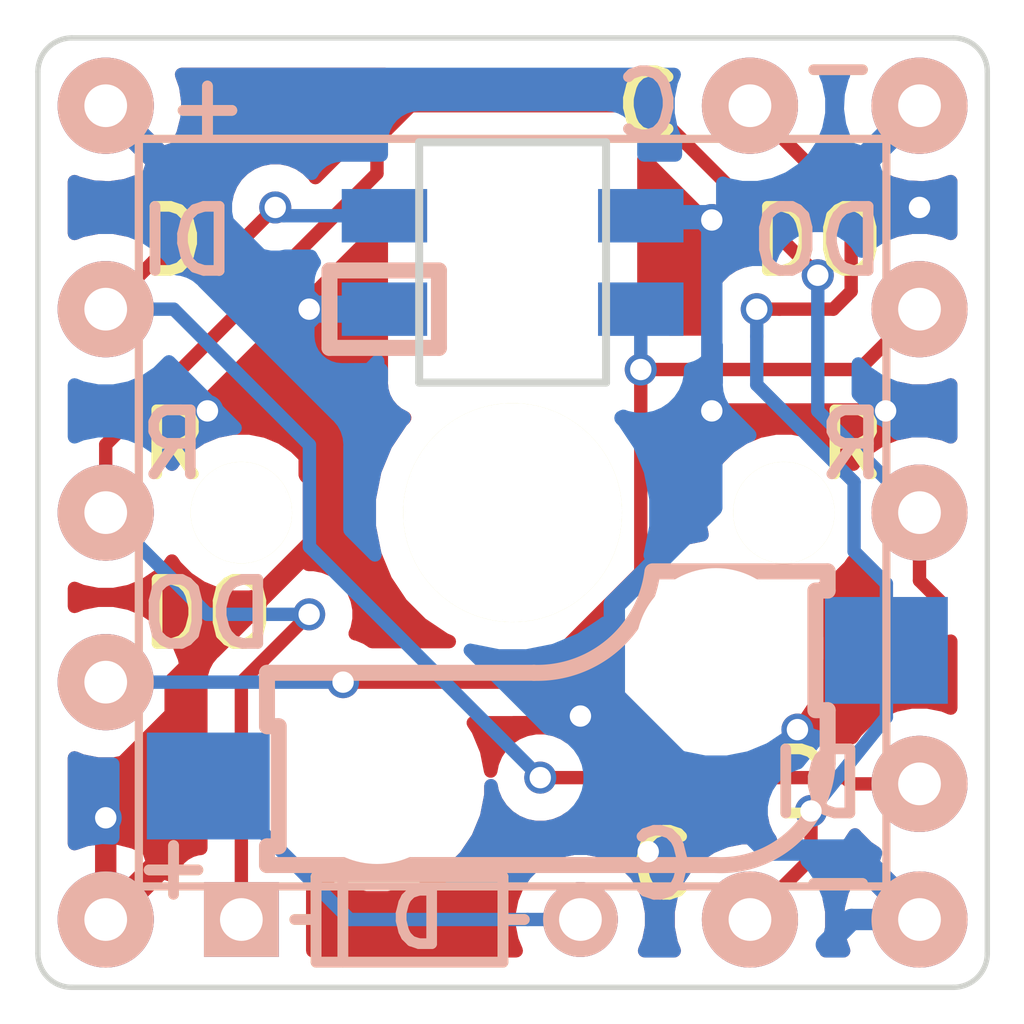
<source format=kicad_pcb>
(kicad_pcb (version 20171130) (host pcbnew 5.1.6-c6e7f7d~87~ubuntu20.04.1)

  (general
    (thickness 1.6)
    (drawings 32)
    (tracks 103)
    (zones 0)
    (modules 15)
    (nets 8)
  )

  (page A4)
  (layers
    (0 F.Cu signal)
    (31 B.Cu signal)
    (32 B.Adhes user)
    (33 F.Adhes user)
    (34 B.Paste user)
    (35 F.Paste user)
    (36 B.SilkS user)
    (37 F.SilkS user)
    (38 B.Mask user)
    (39 F.Mask user)
    (40 Dwgs.User user)
    (41 Cmts.User user)
    (42 Eco1.User user)
    (43 Eco2.User user)
    (44 Edge.Cuts user)
    (45 Margin user)
    (46 B.CrtYd user)
    (47 F.CrtYd user)
    (48 B.Fab user)
    (49 F.Fab user)
  )

  (setup
    (last_trace_width 0.25)
    (trace_clearance 0.2)
    (zone_clearance 0.508)
    (zone_45_only no)
    (trace_min 0.2)
    (via_size 0.6)
    (via_drill 0.4)
    (via_min_size 0.4)
    (via_min_drill 0.3)
    (uvia_size 0.3)
    (uvia_drill 0.1)
    (uvias_allowed no)
    (uvia_min_size 0.2)
    (uvia_min_drill 0.1)
    (edge_width 0.15)
    (segment_width 0.2)
    (pcb_text_width 0.3)
    (pcb_text_size 1.5 1.5)
    (mod_edge_width 0.15)
    (mod_text_size 1 1)
    (mod_text_width 0.15)
    (pad_size 1.8 1.8)
    (pad_drill 0.8)
    (pad_to_mask_clearance 0.051)
    (solder_mask_min_width 0.25)
    (aux_axis_origin 65.502 44.617)
    (grid_origin 65.502 44.617)
    (visible_elements FFFFFF7F)
    (pcbplotparams
      (layerselection 0x010f0_ffffffff)
      (usegerberextensions true)
      (usegerberattributes false)
      (usegerberadvancedattributes false)
      (creategerberjobfile false)
      (excludeedgelayer true)
      (linewidth 0.265000)
      (plotframeref false)
      (viasonmask false)
      (mode 1)
      (useauxorigin false)
      (hpglpennumber 1)
      (hpglpenspeed 20)
      (hpglpendiameter 15.000000)
      (psnegative false)
      (psa4output false)
      (plotreference true)
      (plotvalue true)
      (plotinvisibletext false)
      (padsonsilk false)
      (subtractmaskfromsilk false)
      (outputformat 1)
      (mirror false)
      (drillshape 0)
      (scaleselection 1)
      (outputdirectory "gerber_original"))
  )

  (net 0 "")
  (net 1 /ROW0)
  (net 2 "Net-(D1-Pad2)")
  (net 3 "Net-(L1-Pad3)")
  (net 4 "Net-(L1-Pad1)")
  (net 5 GND)
  (net 6 /COL0)
  (net 7 VCC)

  (net_class Default "これはデフォルトのネット クラスです。"
    (clearance 0.2)
    (trace_width 0.25)
    (via_dia 0.6)
    (via_drill 0.4)
    (uvia_dia 0.3)
    (uvia_drill 0.1)
    (add_net /COL0)
    (add_net /ROW0)
    (add_net "Net-(D1-Pad2)")
    (add_net "Net-(L1-Pad1)")
    (add_net "Net-(L1-Pad3)")
  )

  (net_class PWR ""
    (clearance 0.2)
    (trace_width 0.4)
    (via_dia 0.8)
    (via_drill 0.4)
    (uvia_dia 0.3)
    (uvia_drill 0.1)
    (add_net GND)
    (add_net VCC)
  )

  (module kbd:CherryMX_Hotswap_single (layer F.Cu) (tedit 5C98FBD4) (tstamp 5C597ED6)
    (at 74.422 35.687 180)
    (path /5C587F87)
    (fp_text reference SW1 (at 7.1 8.2 180) (layer F.SilkS) hide
      (effects (font (size 1 1) (thickness 0.15)))
    )
    (fp_text value SW_PUSH (at -4.8 8.3 180) (layer F.Fab) hide
      (effects (font (size 1 1) (thickness 0.15)))
    )
    (fp_line (start -7 -7) (end 7 -7) (layer B.SilkS) (width 0.15))
    (fp_line (start -7 7) (end -7 -7) (layer B.SilkS) (width 0.15))
    (fp_line (start 7 7) (end -7 7) (layer B.SilkS) (width 0.15))
    (fp_line (start 7 -7) (end 7 7) (layer B.SilkS) (width 0.15))
    (fp_line (start -7 7) (end -7 -7) (layer F.SilkS) (width 0.15))
    (fp_line (start 7 7) (end -7 7) (layer F.SilkS) (width 0.15))
    (fp_line (start 7 -7) (end 7 7) (layer F.SilkS) (width 0.15))
    (fp_line (start -7 -7) (end 7 -7) (layer F.SilkS) (width 0.15))
    (fp_line (start 4.6 -6.25) (end 4.6 -6.6) (layer B.SilkS) (width 0.3))
    (fp_line (start 4.6 -6.6) (end -3.800001 -6.6) (layer B.SilkS) (width 0.3))
    (fp_line (start -0.4 -3) (end 4.6 -3) (layer B.SilkS) (width 0.3))
    (fp_line (start -5.9 -1.1) (end -2.62 -1.1) (layer B.SilkS) (width 0.3))
    (fp_line (start -5.9 -4.7) (end -5.9 -3.7) (layer B.SilkS) (width 0.3))
    (fp_line (start -5.9 -1.1) (end -5.9 -1.46) (layer B.SilkS) (width 0.3))
    (fp_line (start -5.7 -1.46) (end -5.9 -1.46) (layer B.SilkS) (width 0.3))
    (fp_line (start -5.67 -3.7) (end -5.67 -1.46) (layer B.SilkS) (width 0.3))
    (fp_line (start -5.9 -3.7) (end -5.7 -3.7) (layer B.SilkS) (width 0.3))
    (fp_line (start 4.4 -6.25) (end 4.6 -6.25) (layer B.SilkS) (width 0.3))
    (fp_line (start 4.38 -4) (end 4.38 -6.25) (layer B.SilkS) (width 0.3))
    (fp_line (start 4.6 -4) (end 4.4 -4) (layer B.SilkS) (width 0.3))
    (fp_line (start 4.6 -3) (end 4.6 -4) (layer B.SilkS) (width 0.3))
    (fp_line (start -9.525 -9.525) (end 9.525 -9.525) (layer Dwgs.User) (width 0.15))
    (fp_line (start 9.525 -9.525) (end 9.525 9.525) (layer Dwgs.User) (width 0.15))
    (fp_line (start 9.525 9.525) (end -9.525 9.525) (layer Dwgs.User) (width 0.15))
    (fp_line (start -9.525 9.525) (end -9.525 -9.525) (layer Dwgs.User) (width 0.15))
    (fp_line (start -7 7) (end -7 -7) (layer Dwgs.User) (width 0.15))
    (fp_line (start 7 -7) (end -7 -7) (layer Dwgs.User) (width 0.15))
    (fp_line (start 7 7) (end 7 -7) (layer Dwgs.User) (width 0.15))
    (fp_line (start -7 7) (end 7 7) (layer Dwgs.User) (width 0.15))
    (fp_arc (start -0.465 -0.83) (end -0.4 -3) (angle -84) (layer B.SilkS) (width 0.3))
    (fp_arc (start -3.9 -4.6) (end -3.800001 -6.6) (angle -90) (layer B.SilkS) (width 0.3))
    (pad 2 smd rect (at 5.7 -5.12) (size 2.3 2) (layers B.Cu B.Paste B.Mask)
      (net 2 "Net-(D1-Pad2)"))
    (pad "" np_thru_hole circle (at -5.08 0 180) (size 1.9 1.9) (drill 1.9) (layers *.Cu *.Mask F.SilkS))
    (pad "" np_thru_hole circle (at 5.08 0 180) (size 1.9 1.9) (drill 1.9) (layers *.Cu *.Mask F.SilkS))
    (pad "" np_thru_hole circle (at 0 0 270) (size 4.1 4.1) (drill 4.1) (layers *.Cu *.Mask F.SilkS))
    (pad "" np_thru_hole circle (at 2.54 -5.08) (size 3 3) (drill 3) (layers *.Cu *.Mask))
    (pad "" np_thru_hole circle (at -3.81 -2.54) (size 3 3) (drill 3) (layers *.Cu *.Mask))
    (pad 1 smd rect (at -7 -2.58) (size 2.3 2) (layers B.Cu B.Paste B.Mask)
      (net 6 /COL0))
  )

  (module footprint:wirepad (layer B.Cu) (tedit 5C598096) (tstamp 5C597D77)
    (at 78.867 43.307)
    (fp_text reference REF** (at 0 -1.905) (layer B.SilkS) hide
      (effects (font (size 1 1) (thickness 0.15)) (justify mirror))
    )
    (fp_text value "wire pad" (at 0 1.905) (layer B.Fab) hide
      (effects (font (size 1 1) (thickness 0.15)) (justify mirror))
    )
    (pad 1 thru_hole circle (at 0 0) (size 1.8 1.8) (drill 0.8) (layers *.Cu *.Mask B.SilkS)
      (net 6 /COL0))
  )

  (module footprint:wirepad (layer B.Cu) (tedit 5C597D08) (tstamp 5C595735)
    (at 78.867 28.067)
    (fp_text reference REF** (at 0 -1.905) (layer B.SilkS) hide
      (effects (font (size 1 1) (thickness 0.15)) (justify mirror))
    )
    (fp_text value "wire pad" (at 0 1.905) (layer B.Fab) hide
      (effects (font (size 1 1) (thickness 0.15)) (justify mirror))
    )
    (pad 1 thru_hole circle (at 0 0) (size 1.8 1.8) (drill 0.8) (layers *.Cu *.Mask B.SilkS)
      (net 6 /COL0))
  )

  (module footprint:diode (layer B.Cu) (tedit 5C5B0AE5) (tstamp 5C5957EF)
    (at 69.342 43.307)
    (path /5C5882E1)
    (fp_text reference D (at 3.302 0) (layer B.SilkS)
      (effects (font (size 1 1) (thickness 0.2)) (justify mirror))
    )
    (fp_text value D (at 3.2 1.6) (layer B.Fab) hide
      (effects (font (size 1 1) (thickness 0.15)) (justify mirror))
    )
    (fp_line (start 4.8992 -0.8) (end 4.8992 0.8) (layer F.SilkS) (width 0.2))
    (fp_line (start 1.3992 -0.8) (end 4.8992 -0.8) (layer F.SilkS) (width 0.2))
    (fp_line (start 1.3992 0.8) (end 1.3992 -0.8) (layer F.SilkS) (width 0.2))
    (fp_line (start 4.8992 0.8) (end 1.3992 0.8) (layer F.SilkS) (width 0.2))
    (fp_line (start 1.89984 0.8) (end 1.89984 -0.8) (layer F.SilkS) (width 0.2))
    (fp_line (start 4.8992 0) (end 5.2992 0) (layer F.SilkS) (width 0.2))
    (fp_line (start 1.3992 0) (end 0.9992 0) (layer F.SilkS) (width 0.2))
    (fp_line (start 4.9 0) (end 5.3 0) (layer B.SilkS) (width 0.2))
    (fp_line (start 1.4 0) (end 1 0) (layer B.SilkS) (width 0.2))
    (fp_line (start 1.9 0.8) (end 1.9 -0.8) (layer B.SilkS) (width 0.2))
    (fp_line (start 1.4 0.8) (end 4.9 0.8) (layer B.SilkS) (width 0.2))
    (fp_line (start 4.9 0.8) (end 4.9 -0.8) (layer B.SilkS) (width 0.2))
    (fp_line (start 4.9 -0.8) (end 1.4 -0.8) (layer B.SilkS) (width 0.2))
    (fp_line (start 1.4 -0.8) (end 1.4 0.8) (layer B.SilkS) (width 0.2))
    (pad 1 thru_hole rect (at 0 0) (size 1.4 1.4) (drill 0.8) (layers *.Cu *.Mask B.SilkS)
      (net 1 /ROW0))
    (pad 2 thru_hole circle (at 6.35 0) (size 1.4 1.4) (drill 0.8) (layers *.Cu *.Mask B.SilkS)
      (net 2 "Net-(D1-Pad2)"))
  )

  (module kbd:SK6812MINI_rev (layer F.Cu) (tedit 5C5D2024) (tstamp 5C58B31D)
    (at 74.422 31.002 180)
    (path /5C58D060)
    (fp_text reference L1 (at 0 -2.5 180) (layer F.SilkS) hide
      (effects (font (size 1 1) (thickness 0.15)))
    )
    (fp_text value SK6812MINI (at -0.3 2.7 180) (layer F.Fab) hide
      (effects (font (size 1 1) (thickness 0.15)))
    )
    (fp_line (start -1.75 -2.25) (end -1.75 2.25) (layer Edge.Cuts) (width 0.15))
    (fp_line (start 1.75 -2.25) (end 1.75 2.25) (layer Edge.Cuts) (width 0.15))
    (fp_line (start -1.75 -2.25) (end 1.75 -2.25) (layer Edge.Cuts) (width 0.15))
    (fp_line (start 1.75 2.25) (end -1.75 2.25) (layer Edge.Cuts) (width 0.15))
    (fp_line (start 3.43 -1.6) (end 3.43 -0.15) (layer B.SilkS) (width 0.3))
    (fp_line (start 3.43 -0.15) (end 1.38 -0.15) (layer B.SilkS) (width 0.3))
    (fp_line (start 1.38 -0.15) (end 1.38 -1.6) (layer B.SilkS) (width 0.3))
    (fp_line (start 1.38 -1.6) (end 3.43 -1.6) (layer B.SilkS) (width 0.3))
    (pad 3 smd rect (at 2.4 0.875 180) (size 1.6 1) (layers B.Cu B.Paste B.Mask)
      (net 3 "Net-(L1-Pad3)"))
    (pad 4 smd rect (at 2.4 -0.875 180) (size 1.6 1) (layers B.Cu B.Paste B.Mask)
      (net 7 VCC))
    (pad 1 smd rect (at -2.4 -0.875 180) (size 1.6 1) (layers B.Cu B.Paste B.Mask)
      (net 4 "Net-(L1-Pad1)"))
    (pad 2 smd rect (at -2.4 0.875 180) (size 1.6 1) (layers B.Cu B.Paste B.Mask)
      (net 5 GND))
  )

  (module footprint:wirepad (layer B.Cu) (tedit 5C597DC7) (tstamp 5C595735)
    (at 66.802 38.862)
    (fp_text reference REF** (at 0 -1.905) (layer B.SilkS) hide
      (effects (font (size 1 1) (thickness 0.15)) (justify mirror))
    )
    (fp_text value "wire pad" (at 0 1.905) (layer B.Fab) hide
      (effects (font (size 1 1) (thickness 0.15)) (justify mirror))
    )
    (pad 1 thru_hole circle (at 0 0) (size 1.8 1.8) (drill 0.8) (layers *.Cu *.Mask B.SilkS)
      (net 4 "Net-(L1-Pad1)"))
  )

  (module footprint:wirepad (layer B.Cu) (tedit 5C597DE3) (tstamp 5C595735)
    (at 66.802 31.877)
    (fp_text reference REF** (at 0 -1.905) (layer B.SilkS) hide
      (effects (font (size 1 1) (thickness 0.15)) (justify mirror))
    )
    (fp_text value "wire pad" (at 0 1.905) (layer B.Fab) hide
      (effects (font (size 1 1) (thickness 0.15)) (justify mirror))
    )
    (pad 1 thru_hole circle (at 0 0) (size 1.8 1.8) (drill 0.8) (layers *.Cu *.Mask B.SilkS)
      (net 3 "Net-(L1-Pad3)"))
  )

  (module footprint:wirepad (layer B.Cu) (tedit 5C597DF5) (tstamp 5C595735)
    (at 82.042 40.767)
    (fp_text reference REF** (at 0 -1.905) (layer B.SilkS) hide
      (effects (font (size 1 1) (thickness 0.15)) (justify mirror))
    )
    (fp_text value "wire pad" (at 0 1.905) (layer B.Fab) hide
      (effects (font (size 1 1) (thickness 0.15)) (justify mirror))
    )
    (pad 1 thru_hole circle (at 0 0) (size 1.8 1.8) (drill 0.8) (layers *.Cu *.Mask B.SilkS)
      (net 3 "Net-(L1-Pad3)"))
  )

  (module footprint:wirepad (layer B.Cu) (tedit 5C597DBC) (tstamp 5C595735)
    (at 82.042 31.877)
    (fp_text reference REF** (at 0 -1.905) (layer B.SilkS) hide
      (effects (font (size 1 1) (thickness 0.15)) (justify mirror))
    )
    (fp_text value "wire pad" (at 0 1.905) (layer B.Fab) hide
      (effects (font (size 1 1) (thickness 0.15)) (justify mirror))
    )
    (pad 1 thru_hole circle (at 0 0) (size 1.8 1.8) (drill 0.8) (layers *.Cu *.Mask B.SilkS)
      (net 4 "Net-(L1-Pad1)"))
  )

  (module footprint:wirepad (layer B.Cu) (tedit 5C597D4D) (tstamp 5C595735)
    (at 82.042 35.687)
    (fp_text reference REF** (at 0 -1.905) (layer B.SilkS) hide
      (effects (font (size 1 1) (thickness 0.15)) (justify mirror))
    )
    (fp_text value "wire pad" (at 0 1.905) (layer B.Fab) hide
      (effects (font (size 1 1) (thickness 0.15)) (justify mirror))
    )
    (pad 1 thru_hole circle (at 0 0) (size 1.8 1.8) (drill 0.8) (layers *.Cu *.Mask B.SilkS)
      (net 1 /ROW0))
  )

  (module footprint:wirepad (layer B.Cu) (tedit 5C597D3E) (tstamp 5C595735)
    (at 66.802 35.687)
    (fp_text reference REF** (at 0 -1.905) (layer B.SilkS) hide
      (effects (font (size 1 1) (thickness 0.15)) (justify mirror))
    )
    (fp_text value "wire pad" (at 0 1.905) (layer B.Fab) hide
      (effects (font (size 1 1) (thickness 0.15)) (justify mirror))
    )
    (pad 1 thru_hole circle (at 0 0) (size 1.8 1.8) (drill 0.8) (layers *.Cu *.Mask B.SilkS)
      (net 1 /ROW0))
  )

  (module footprint:wirepad (layer B.Cu) (tedit 5C588C25) (tstamp 5C594A2B)
    (at 82.042 28.067)
    (fp_text reference REF** (at 0 -1.905) (layer B.SilkS) hide
      (effects (font (size 1 1) (thickness 0.15)) (justify mirror))
    )
    (fp_text value "wire pad" (at 0 1.905) (layer B.Fab) hide
      (effects (font (size 1 1) (thickness 0.15)) (justify mirror))
    )
    (pad 1 thru_hole circle (at 0 0) (size 1.8 1.8) (drill 0.8) (layers *.Cu *.Mask B.SilkS)
      (net 5 GND))
  )

  (module footprint:wirepad (layer B.Cu) (tedit 5C588C3C) (tstamp 5C594A27)
    (at 82.042 43.307)
    (fp_text reference REF** (at 0 -1.905) (layer B.SilkS) hide
      (effects (font (size 1 1) (thickness 0.15)) (justify mirror))
    )
    (fp_text value "wire pad" (at 0 1.905) (layer B.Fab) hide
      (effects (font (size 1 1) (thickness 0.15)) (justify mirror))
    )
    (pad 1 thru_hole circle (at 0 0) (size 1.8 1.8) (drill 0.8) (layers *.Cu *.Mask B.SilkS)
      (net 5 GND))
  )

  (module footprint:wirepad (layer B.Cu) (tedit 5C588C06) (tstamp 5C594A0E)
    (at 66.802 43.307)
    (fp_text reference REF** (at 0 -1.905) (layer B.SilkS) hide
      (effects (font (size 1 1) (thickness 0.15)) (justify mirror))
    )
    (fp_text value "wire pad" (at 0 1.905) (layer B.Fab) hide
      (effects (font (size 1 1) (thickness 0.15)) (justify mirror))
    )
    (pad 1 thru_hole circle (at 0 0) (size 1.8 1.8) (drill 0.8) (layers *.Cu *.Mask B.SilkS)
      (net 7 VCC))
  )

  (module footprint:wirepad (layer B.Cu) (tedit 5C588BE5) (tstamp 5C594994)
    (at 66.802 28.067)
    (fp_text reference REF** (at 0 -1.905) (layer B.SilkS) hide
      (effects (font (size 1 1) (thickness 0.15)) (justify mirror))
    )
    (fp_text value "wire pad" (at 0 1.905) (layer B.Fab) hide
      (effects (font (size 1 1) (thickness 0.15)) (justify mirror))
    )
    (pad 1 thru_hole circle (at 0 0) (size 1.8 1.8) (drill 0.8) (layers *.Cu *.Mask B.SilkS)
      (net 7 VCC))
  )

  (gr_text DO (at 68.707 37.592) (layer B.SilkS) (tstamp 5C5B6AE3)
    (effects (font (size 1.2 1.2) (thickness 0.2)) (justify mirror))
  )
  (gr_text + (at 68.072 42.291) (layer B.SilkS) (tstamp 5C5B6AE2)
    (effects (font (size 1.2 1.2) (thickness 0.2)) (justify mirror))
  )
  (gr_text - (at 80.518 42.545) (layer B.SilkS) (tstamp 5C5B6AE1)
    (effects (font (size 1.2 1.2) (thickness 0.2)) (justify mirror))
  )
  (gr_text R (at 80.772 34.417) (layer B.SilkS) (tstamp 5C5B6AE0)
    (effects (font (size 1.2 1.2) (thickness 0.2)) (justify mirror))
  )
  (gr_text R (at 68.072 34.417) (layer B.SilkS) (tstamp 5C5B6ADF)
    (effects (font (size 1.2 1.2) (thickness 0.2)) (justify mirror))
  )
  (gr_text + (at 68.707 28.067) (layer B.SilkS) (tstamp 5C5B6ADE)
    (effects (font (size 1.2 1.2) (thickness 0.2)) (justify mirror))
  )
  (gr_text C (at 77.216 42.291) (layer B.SilkS) (tstamp 5C5B6ADD)
    (effects (font (size 1.2 1.2) (thickness 0.2)) (justify mirror))
  )
  (gr_text DO (at 80.137 30.607) (layer B.SilkS) (tstamp 5C5B6ADC)
    (effects (font (size 1.2 1.2) (thickness 0.2)) (justify mirror))
  )
  (gr_text - (at 80.518 27.305) (layer B.SilkS) (tstamp 5C5B6ADB)
    (effects (font (size 1.2 1.2) (thickness 0.2)) (justify mirror))
  )
  (gr_text DI (at 68.326 30.607) (layer B.SilkS) (tstamp 5C5B6ADA)
    (effects (font (size 1.2 1.2) (thickness 0.2)) (justify mirror))
  )
  (gr_text DI (at 80.137 40.767) (layer B.SilkS) (tstamp 5C5B6AD9)
    (effects (font (size 1.2 1.2) (thickness 0.2)) (justify mirror))
  )
  (gr_text C (at 76.962 28.067) (layer B.SilkS) (tstamp 5C5B6AD8)
    (effects (font (size 1.2 1.2) (thickness 0.2)) (justify mirror))
  )
  (gr_text - (at 80.518 27.305) (layer F.SilkS) (tstamp 5C5B5B99)
    (effects (font (size 1.2 1.2) (thickness 0.2)))
  )
  (gr_text DO (at 80.137 30.607) (layer F.SilkS) (tstamp 5C5B5B04)
    (effects (font (size 1.2 1.2) (thickness 0.2)))
  )
  (gr_text - (at 80.518 42.545) (layer F.SilkS) (tstamp 5C5B5B04)
    (effects (font (size 1.2 1.2) (thickness 0.2)))
  )
  (gr_text DO (at 68.707 37.592) (layer F.SilkS) (tstamp 5C5B5AA2)
    (effects (font (size 1.2 1.2) (thickness 0.2)))
  )
  (gr_text DI (at 68.326 30.607) (layer F.SilkS) (tstamp 5C5B5A4D)
    (effects (font (size 1.2 1.2) (thickness 0.2)))
  )
  (gr_text DI (at 80.137 40.767) (layer F.SilkS) (tstamp 5C5B5373)
    (effects (font (size 1.2 1.2) (thickness 0.2)))
  )
  (gr_text R (at 80.772 34.417) (layer F.SilkS) (tstamp 5C5B5373)
    (effects (font (size 1.2 1.2) (thickness 0.2)))
  )
  (gr_text R (at 68.072 34.417) (layer F.SilkS) (tstamp 5C5B5361)
    (effects (font (size 1.2 1.2) (thickness 0.2)))
  )
  (gr_text C (at 77.216 42.291) (layer F.SilkS) (tstamp 5C5B5361)
    (effects (font (size 1.2 1.2) (thickness 0.2)))
  )
  (gr_text C (at 76.962 28.067) (layer F.SilkS) (tstamp 5C5B5358)
    (effects (font (size 1.2 1.2) (thickness 0.2)))
  )
  (gr_text + (at 68.072 42.291) (layer F.SilkS) (tstamp 5C5B5358)
    (effects (font (size 1.2 1.2) (thickness 0.2)))
  )
  (gr_text + (at 68.707 28.067) (layer F.SilkS)
    (effects (font (size 1.2 1.2) (thickness 0.2)))
  )
  (gr_line (start 82.677 44.577) (end 66.167 44.577) (layer Edge.Cuts) (width 0.1) (tstamp 5C589DAC))
  (gr_line (start 65.532 43.942) (end 65.532 27.432) (layer Edge.Cuts) (width 0.1) (tstamp 5C589DAB))
  (gr_arc (start 66.167 27.432) (end 66.167 26.797) (angle -90) (layer Edge.Cuts) (width 0.1) (tstamp 5C589DAA))
  (gr_arc (start 66.167 43.942) (end 65.532 43.942) (angle -90) (layer Edge.Cuts) (width 0.1) (tstamp 5C589DA9))
  (gr_line (start 66.167 26.797) (end 82.677 26.797) (layer Edge.Cuts) (width 0.1) (tstamp 5C589DA7))
  (gr_arc (start 82.677 43.942) (end 82.677 44.577) (angle -90) (layer Edge.Cuts) (width 0.1) (tstamp 5C589DA6))
  (gr_arc (start 82.677 27.432) (end 83.312 27.432) (angle -90) (layer Edge.Cuts) (width 0.1) (tstamp 5C589DA5))
  (gr_line (start 83.312 27.432) (end 83.312 43.942) (layer Edge.Cuts) (width 0.1) (tstamp 5C589DA3))

  (segment (start 66.802 35.687) (end 68.707 37.592) (width 0.25) (layer B.Cu) (net 1))
  (segment (start 68.707 37.592) (end 70.612 37.592) (width 0.25) (layer B.Cu) (net 1))
  (segment (start 70.612 37.592) (end 70.612 37.592) (width 0.25) (layer B.Cu) (net 1) (tstamp 5C5EFE47))
  (via (at 70.612 37.592) (size 0.6) (drill 0.4) (layers F.Cu B.Cu) (net 1))
  (segment (start 69.342 38.862) (end 69.342 43.307) (width 0.25) (layer F.Cu) (net 1))
  (segment (start 70.612 37.592) (end 69.342 38.862) (width 0.25) (layer F.Cu) (net 1))
  (segment (start 82.042 36.959792) (end 82.439218 37.35701) (width 0.25) (layer F.Cu) (net 1))
  (segment (start 82.042 35.687) (end 82.042 36.959792) (width 0.25) (layer F.Cu) (net 1))
  (segment (start 82.042 35.687) (end 80.137 33.782) (width 0.25) (layer B.Cu) (net 1))
  (segment (start 80.137 33.782) (end 80.137 31.242) (width 0.25) (layer B.Cu) (net 1))
  (segment (start 80.137 31.242) (end 80.137 31.242) (width 0.25) (layer B.Cu) (net 1) (tstamp 5C62C4AC))
  (via (at 80.137 31.242) (size 0.6) (drill 0.4) (layers F.Cu B.Cu) (net 1))
  (segment (start 71.882 29.334208) (end 66.802 34.414208) (width 0.25) (layer F.Cu) (net 1))
  (segment (start 71.882 28.702) (end 71.882 29.334208) (width 0.25) (layer F.Cu) (net 1))
  (segment (start 80.137 31.242) (end 76.962 28.067) (width 0.25) (layer F.Cu) (net 1))
  (segment (start 66.802 34.414208) (end 66.802 35.687) (width 0.25) (layer F.Cu) (net 1))
  (segment (start 72.517 28.067) (end 71.882 28.702) (width 0.25) (layer F.Cu) (net 1))
  (segment (start 76.962 28.067) (end 72.517 28.067) (width 0.25) (layer F.Cu) (net 1))
  (segment (start 74.702051 43.307) (end 75.692 43.307) (width 0.25) (layer B.Cu) (net 2))
  (segment (start 71.372 43.307) (end 74.702051 43.307) (width 0.25) (layer B.Cu) (net 2))
  (segment (start 68.872 40.807) (end 71.372 43.307) (width 0.25) (layer B.Cu) (net 2))
  (segment (start 68.722 40.807) (end 68.872 40.807) (width 0.25) (layer B.Cu) (net 2))
  (segment (start 67.701999 30.977001) (end 68.971999 30.977001) (width 0.25) (layer F.Cu) (net 3))
  (segment (start 66.802 31.877) (end 67.701999 30.977001) (width 0.25) (layer F.Cu) (net 3))
  (segment (start 68.971999 30.977001) (end 69.977 29.972) (width 0.25) (layer F.Cu) (net 3))
  (segment (start 69.977 29.972) (end 69.977 29.972) (width 0.25) (layer F.Cu) (net 3) (tstamp 5C5EFDB1))
  (via (at 69.977 29.972) (size 0.6) (drill 0.4) (layers F.Cu B.Cu) (net 3))
  (segment (start 70.132 30.127) (end 69.977 29.972) (width 0.25) (layer B.Cu) (net 3))
  (segment (start 72.022 30.127) (end 70.132 30.127) (width 0.25) (layer B.Cu) (net 3))
  (segment (start 68.074792 31.877) (end 66.802 31.877) (width 0.25) (layer B.Cu) (net 3))
  (segment (start 70.617001 34.419209) (end 68.074792 31.877) (width 0.25) (layer B.Cu) (net 3))
  (segment (start 70.617001 36.327001) (end 70.617001 34.419209) (width 0.25) (layer B.Cu) (net 3))
  (segment (start 82.042 40.767) (end 80.769208 40.767) (width 0.25) (layer F.Cu) (net 3))
  (segment (start 80.769208 40.767) (end 80.652207 40.649999) (width 0.25) (layer F.Cu) (net 3))
  (segment (start 74.939999 40.649999) (end 74.939999 40.649999) (width 0.25) (layer B.Cu) (net 3))
  (segment (start 74.939999 40.649999) (end 70.617001 36.327001) (width 0.25) (layer B.Cu) (net 3) (tstamp 5C62B639))
  (via (at 74.939999 40.649999) (size 0.6) (drill 0.4) (layers F.Cu B.Cu) (net 3))
  (segment (start 74.939999 40.649999) (end 80.654999 40.649999) (width 0.25) (layer F.Cu) (net 3))
  (segment (start 76.822 31.877) (end 76.822 33.007) (width 0.25) (layer B.Cu) (net 4))
  (segment (start 76.822 33.007) (end 76.822 33.007) (width 0.25) (layer B.Cu) (net 4) (tstamp 5C5EFDC4))
  (via (at 76.822 33.007) (size 0.6) (drill 0.4) (layers F.Cu B.Cu) (net 4))
  (segment (start 80.912 33.007) (end 76.822 33.007) (width 0.25) (layer F.Cu) (net 4))
  (segment (start 82.042 31.877) (end 80.912 33.007) (width 0.25) (layer F.Cu) (net 4))
  (segment (start 76.822 36.802002) (end 74.762002 38.862) (width 0.25) (layer F.Cu) (net 4))
  (segment (start 76.822 33.007) (end 76.822 36.802002) (width 0.25) (layer F.Cu) (net 4))
  (segment (start 74.762002 38.862) (end 71.247 38.862) (width 0.25) (layer F.Cu) (net 4))
  (segment (start 71.247 38.862) (end 71.247 38.862) (width 0.25) (layer F.Cu) (net 4) (tstamp 5C5EFDFB))
  (via (at 71.247 38.862) (size 0.6) (drill 0.4) (layers F.Cu B.Cu) (net 4))
  (segment (start 66.802 38.862) (end 71.247 38.862) (width 0.25) (layer B.Cu) (net 4))
  (segment (start 79.982 30.127) (end 82.042 28.067) (width 0.4) (layer B.Cu) (net 5))
  (segment (start 77.122 30.127) (end 76.822 30.127) (width 0.4) (layer B.Cu) (net 5))
  (segment (start 76.327 37.408002) (end 78.151999 35.583003) (width 0.4) (layer B.Cu) (net 5))
  (segment (start 76.327 39.134002) (end 76.327 37.408002) (width 0.4) (layer B.Cu) (net 5))
  (segment (start 79.199997 42.006999) (end 76.327 39.134002) (width 0.4) (layer B.Cu) (net 5))
  (segment (start 80.741999 42.006999) (end 79.199997 42.006999) (width 0.4) (layer B.Cu) (net 5))
  (segment (start 82.042 43.307) (end 80.741999 42.006999) (width 0.4) (layer B.Cu) (net 5))
  (segment (start 78.151999 30.207001) (end 78.151999 30.207001) (width 0.4) (layer B.Cu) (net 5))
  (segment (start 78.151999 35.583003) (end 78.151999 33.782) (width 0.4) (layer B.Cu) (net 5))
  (segment (start 76.822 30.127) (end 78.232 30.127) (width 0.4) (layer B.Cu) (net 5))
  (segment (start 78.232 30.127) (end 79.982 30.127) (width 0.4) (layer B.Cu) (net 5))
  (segment (start 80.769208 43.307) (end 80.29699 43.779218) (width 0.4) (layer B.Cu) (net 5))
  (segment (start 82.042 43.307) (end 80.769208 43.307) (width 0.4) (layer B.Cu) (net 5))
  (segment (start 78.151999 33.782) (end 78.151999 30.207001) (width 0.4) (layer B.Cu) (net 5) (tstamp 5C64591A))
  (via (at 76.962 42.037) (size 0.6) (drill 0.4) (layers F.Cu B.Cu) (net 5))
  (via (at 82.042 29.972) (size 0.6) (drill 0.4) (layers F.Cu B.Cu) (net 5))
  (via (at 79.756 39.751) (size 0.6) (drill 0.4) (layers F.Cu B.Cu) (net 5))
  (segment (start 78.151999 30.207001) (end 78.232 30.127) (width 0.4) (layer B.Cu) (net 5) (tstamp 5C645A51))
  (via (at 78.151999 30.207001) (size 0.6) (drill 0.4) (layers F.Cu B.Cu) (net 5))
  (via (at 81.407 33.782) (size 0.6) (drill 0.4) (layers F.Cu B.Cu) (net 5))
  (via (at 78.151999 33.782) (size 0.6) (drill 0.4) (layers F.Cu B.Cu) (net 5))
  (via (at 75.692 39.497) (size 0.6) (drill 0.4) (layers F.Cu B.Cu) (net 5))
  (via (at 78.994 31.877) (size 0.6) (drill 0.4) (layers F.Cu B.Cu) (net 6))
  (segment (start 81.422 37.017) (end 81.422 38.267) (width 0.25) (layer B.Cu) (net 6))
  (segment (start 80.816999 36.411999) (end 81.422 37.017) (width 0.25) (layer B.Cu) (net 6))
  (segment (start 80.816999 35.114997) (end 80.816999 36.411999) (width 0.25) (layer B.Cu) (net 6))
  (segment (start 78.994 33.291998) (end 80.816999 35.114997) (width 0.25) (layer B.Cu) (net 6))
  (segment (start 78.994 32.385) (end 78.994 33.291998) (width 0.25) (layer B.Cu) (net 6))
  (segment (start 81.422 39.517) (end 80.01 41.275) (width 0.25) (layer B.Cu) (net 6))
  (segment (start 81.422 38.267) (end 81.422 39.517) (width 0.25) (layer B.Cu) (net 6))
  (via (at 80.01 41.275) (size 0.6) (drill 0.4) (layers F.Cu B.Cu) (net 6))
  (segment (start 80.01 42.164) (end 78.867 43.307) (width 0.25) (layer F.Cu) (net 6))
  (segment (start 80.01 41.275) (end 80.01 42.164) (width 0.25) (layer F.Cu) (net 6))
  (segment (start 78.994 32.385) (end 78.994 31.877) (width 0.25) (layer B.Cu) (net 6))
  (segment (start 80.762001 31.542001) (end 80.427002 31.877) (width 0.25) (layer F.Cu) (net 6))
  (segment (start 79.418264 31.877) (end 78.994 31.877) (width 0.25) (layer F.Cu) (net 6))
  (segment (start 80.427002 31.877) (end 79.418264 31.877) (width 0.25) (layer F.Cu) (net 6))
  (segment (start 80.762001 29.962001) (end 80.762001 31.542001) (width 0.25) (layer F.Cu) (net 6))
  (segment (start 78.867 28.067) (end 80.762001 29.962001) (width 0.25) (layer F.Cu) (net 6))
  (segment (start 70.612 31.877) (end 70.612 31.877) (width 0.4) (layer B.Cu) (net 7))
  (segment (start 72.022 31.877) (end 70.612 31.877) (width 0.4) (layer B.Cu) (net 7))
  (segment (start 70.612 31.877) (end 66.802 28.067) (width 0.4) (layer B.Cu) (net 7) (tstamp 5C5EFD78))
  (via (at 70.612 31.877) (size 0.6) (drill 0.4) (layers F.Cu B.Cu) (net 7))
  (segment (start 66.802 43.307) (end 66.802 41.402) (width 0.4) (layer F.Cu) (net 7))
  (segment (start 66.802 40.786002) (end 68.102001 39.486001) (width 0.4) (layer F.Cu) (net 7))
  (segment (start 70.692001 36.272) (end 68.102001 38.862) (width 0.4) (layer F.Cu) (net 7))
  (segment (start 70.692001 35.038999) (end 70.692001 36.272) (width 0.4) (layer F.Cu) (net 7))
  (segment (start 70.612 31.877) (end 70.612 34.958998) (width 0.4) (layer F.Cu) (net 7))
  (segment (start 70.612 34.958998) (end 70.692001 35.038999) (width 0.4) (layer F.Cu) (net 7))
  (segment (start 68.102001 39.486001) (end 68.102001 38.862) (width 0.4) (layer F.Cu) (net 7))
  (segment (start 66.802 43.307) (end 66.87412 43.307) (width 0.4) (layer B.Cu) (net 7))
  (via (at 68.707 33.782) (size 0.6) (drill 0.4) (layers F.Cu B.Cu) (net 7))
  (segment (start 66.802 41.402) (end 66.802 40.786002) (width 0.4) (layer F.Cu) (net 7) (tstamp 5C645E5B))
  (via (at 66.802 41.402) (size 0.6) (drill 0.4) (layers F.Cu B.Cu) (net 7))

  (zone (net 5) (net_name GND) (layer F.Cu) (tstamp 5C64AF5E) (hatch edge 0.508)
    (connect_pads (clearance 0.508))
    (min_thickness 0.254)
    (fill yes (arc_segments 16) (thermal_gap 0.508) (thermal_bridge_width 0.508))
    (polygon
      (pts
        (xy 74.422 26.797) (xy 83.312 26.797) (xy 83.312 44.577) (xy 69.977 44.577) (xy 69.977 39.497)
        (xy 74.422 39.497)
      )
    )
    (filled_polygon
      (pts
        (xy 74.040931 40.922728) (xy 74.111413 41.092888) (xy 74.213737 41.246027) (xy 74.343971 41.376261) (xy 74.49711 41.478585)
        (xy 74.66727 41.549067) (xy 74.84791 41.584999) (xy 75.032088 41.584999) (xy 75.212728 41.549067) (xy 75.382888 41.478585)
        (xy 75.485534 41.409999) (xy 79.083535 41.409999) (xy 79.110932 41.547729) (xy 79.181414 41.717889) (xy 79.248132 41.817739)
        (xy 79.018184 41.772) (xy 78.715816 41.772) (xy 78.419257 41.830989) (xy 78.139905 41.946701) (xy 77.888495 42.114688)
        (xy 77.674688 42.328495) (xy 77.506701 42.579905) (xy 77.390989 42.859257) (xy 77.332 43.155816) (xy 77.332 43.458184)
        (xy 77.390989 43.754743) (xy 77.447843 43.892) (xy 76.894678 43.892) (xy 76.975696 43.696405) (xy 77.027 43.438486)
        (xy 77.027 43.175514) (xy 76.975696 42.917595) (xy 76.875061 42.674641) (xy 76.728962 42.455987) (xy 76.543013 42.270038)
        (xy 76.324359 42.123939) (xy 76.081405 42.023304) (xy 75.823486 41.972) (xy 75.560514 41.972) (xy 75.302595 42.023304)
        (xy 75.059641 42.123939) (xy 74.840987 42.270038) (xy 74.655038 42.455987) (xy 74.508939 42.674641) (xy 74.408304 42.917595)
        (xy 74.357 43.175514) (xy 74.357 43.438486) (xy 74.408304 43.696405) (xy 74.489322 43.892) (xy 70.680072 43.892)
        (xy 70.680072 42.607) (xy 70.672127 42.526331) (xy 70.870698 42.659012) (xy 71.259244 42.819953) (xy 71.671721 42.902)
        (xy 72.092279 42.902) (xy 72.504756 42.819953) (xy 72.893302 42.659012) (xy 73.242983 42.425363) (xy 73.540363 42.127983)
        (xy 73.774012 41.778302) (xy 73.934953 41.389756) (xy 74.017 40.977279) (xy 74.017 40.80242)
      )
    )
    (filled_polygon
      (pts
        (xy 80.849688 41.745505) (xy 81.063495 41.959312) (xy 81.217105 42.061951) (xy 81.157525 42.24292) (xy 82.042 43.127395)
        (xy 82.056143 43.113253) (xy 82.235748 43.292858) (xy 82.221605 43.307) (xy 82.235748 43.321143) (xy 82.056143 43.500748)
        (xy 82.042 43.486605) (xy 82.027858 43.500748) (xy 81.848253 43.321143) (xy 81.862395 43.307) (xy 80.97792 42.422525)
        (xy 80.723739 42.506208) (xy 80.592842 42.778775) (xy 80.517635 43.071642) (xy 80.501009 43.373553) (xy 80.543603 43.672907)
        (xy 80.620533 43.892) (xy 80.286157 43.892) (xy 80.343011 43.754743) (xy 80.402 43.458184) (xy 80.402 43.155816)
        (xy 80.350731 42.89807) (xy 80.521003 42.727799) (xy 80.550001 42.704001) (xy 80.576332 42.671917) (xy 80.644974 42.588277)
        (xy 80.715546 42.456247) (xy 80.754298 42.328495) (xy 80.759003 42.312986) (xy 80.77 42.201333) (xy 80.77 42.201324)
        (xy 80.773676 42.164001) (xy 80.77 42.126678) (xy 80.77 41.820535) (xy 80.834911 41.723389)
      )
    )
    (filled_polygon
      (pts
        (xy 76.179047 38.849756) (xy 76.339988 39.238302) (xy 76.573637 39.587983) (xy 76.871017 39.885363) (xy 76.877955 39.889999)
        (xy 75.485534 39.889999) (xy 75.382888 39.821413) (xy 75.212728 39.750931) (xy 75.032088 39.714999) (xy 74.84791 39.714999)
        (xy 74.66727 39.750931) (xy 74.49711 39.821413) (xy 74.343971 39.923737) (xy 74.213737 40.053971) (xy 74.111413 40.20711)
        (xy 74.040931 40.37727) (xy 74.011118 40.527149) (xy 73.934953 40.144244) (xy 73.774012 39.755698) (xy 73.686014 39.624)
        (xy 74.422 39.624) (xy 74.442308 39.622) (xy 74.72468 39.622) (xy 74.762002 39.625676) (xy 74.799324 39.622)
        (xy 74.799335 39.622) (xy 74.910988 39.611003) (xy 75.054249 39.567546) (xy 75.186278 39.496974) (xy 75.302003 39.402001)
        (xy 75.325806 39.372997) (xy 76.124296 38.574507)
      )
    )
    (filled_polygon
      (pts
        (xy 80.849688 36.665505) (xy 81.063495 36.879312) (xy 81.284973 37.027299) (xy 81.292998 37.108777) (xy 81.336454 37.252038)
        (xy 81.407026 37.384068) (xy 81.478201 37.470794) (xy 81.502 37.499793) (xy 81.530998 37.523591) (xy 81.928216 37.920809)
        (xy 82.014942 37.991984) (xy 82.146971 38.062556) (xy 82.290231 38.106012) (xy 82.439217 38.120686) (xy 82.588203 38.106012)
        (xy 82.627001 38.094243) (xy 82.627001 39.347843) (xy 82.489743 39.290989) (xy 82.193184 39.232) (xy 81.890816 39.232)
        (xy 81.594257 39.290989) (xy 81.314905 39.406701) (xy 81.063495 39.574688) (xy 80.849688 39.788495) (xy 80.776337 39.898273)
        (xy 80.692332 39.889999) (xy 80.689529 39.889999) (xy 80.652207 39.886323) (xy 80.614885 39.889999) (xy 79.586045 39.889999)
        (xy 79.592983 39.885363) (xy 79.890363 39.587983) (xy 80.124012 39.238302) (xy 80.284953 38.849756) (xy 80.367 38.437279)
        (xy 80.367 38.016721) (xy 80.284953 37.604244) (xy 80.124012 37.215698) (xy 80.086985 37.160283) (xy 80.252779 37.091609)
        (xy 80.512379 36.91815) (xy 80.73315 36.697379) (xy 80.802068 36.594236)
      )
    )
    (filled_polygon
      (pts
        (xy 82.627 34.267843) (xy 82.489743 34.210989) (xy 82.193184 34.152) (xy 81.890816 34.152) (xy 81.594257 34.210989)
        (xy 81.314905 34.326701) (xy 81.063495 34.494688) (xy 80.849688 34.708495) (xy 80.802068 34.779764) (xy 80.73315 34.676621)
        (xy 80.512379 34.45585) (xy 80.252779 34.282391) (xy 79.964327 34.162911) (xy 79.658109 34.102) (xy 79.345891 34.102)
        (xy 79.039673 34.162911) (xy 78.751221 34.282391) (xy 78.491621 34.45585) (xy 78.27085 34.676621) (xy 78.097391 34.936221)
        (xy 77.977911 35.224673) (xy 77.917 35.530891) (xy 77.917 35.843109) (xy 77.968609 36.102565) (xy 77.609244 36.174047)
        (xy 77.582 36.185332) (xy 77.582 33.767) (xy 80.874678 33.767) (xy 80.912 33.770676) (xy 80.949322 33.767)
        (xy 80.949333 33.767) (xy 81.060986 33.756003) (xy 81.204247 33.712546) (xy 81.336276 33.641974) (xy 81.452001 33.547001)
        (xy 81.475804 33.517998) (xy 81.63307 33.360731) (xy 81.890816 33.412) (xy 82.193184 33.412) (xy 82.489743 33.353011)
        (xy 82.627 33.296157)
      )
    )
    (filled_polygon
      (pts
        (xy 78.785378 30.96518) (xy 78.721271 30.977932) (xy 78.551111 31.048414) (xy 78.397972 31.150738) (xy 78.267738 31.280972)
        (xy 78.165414 31.434111) (xy 78.094932 31.604271) (xy 78.059 31.784911) (xy 78.059 31.969089) (xy 78.094932 32.149729)
        (xy 78.135223 32.247) (xy 77.367535 32.247) (xy 77.264889 32.178414) (xy 77.094729 32.107932) (xy 76.914089 32.072)
        (xy 76.882 32.072) (xy 76.882 29.061801)
      )
    )
    (filled_polygon
      (pts
        (xy 81.513775 29.516158) (xy 81.806642 29.591365) (xy 82.108553 29.607991) (xy 82.407907 29.565397) (xy 82.627 29.488467)
        (xy 82.627 30.457843) (xy 82.489743 30.400989) (xy 82.193184 30.342) (xy 81.890816 30.342) (xy 81.594257 30.400989)
        (xy 81.522001 30.430919) (xy 81.522001 29.999323) (xy 81.525677 29.962) (xy 81.522001 29.924677) (xy 81.522001 29.924668)
        (xy 81.511004 29.813015) (xy 81.467547 29.669754) (xy 81.425647 29.591365) (xy 81.396975 29.537724) (xy 81.3258 29.450998)
        (xy 81.302002 29.422) (xy 81.279844 29.403815)
      )
    )
    (filled_polygon
      (pts
        (xy 82.235748 28.052858) (xy 82.221605 28.067) (xy 82.235748 28.081143) (xy 82.056143 28.260748) (xy 82.042 28.246605)
        (xy 82.027858 28.260748) (xy 81.848253 28.081143) (xy 81.862395 28.067) (xy 81.848253 28.052858) (xy 82.027858 27.873253)
        (xy 82.042 27.887395) (xy 82.056143 27.873253)
      )
    )
  )
  (zone (net 7) (net_name VCC) (layer B.Cu) (tstamp 5C64AF5D) (hatch edge 0.508)
    (connect_pads (clearance 0.508))
    (min_thickness 0.254)
    (fill yes (arc_segments 16) (thermal_gap 0.508) (thermal_bridge_width 0.508))
    (polygon
      (pts
        (xy 77.597 26.797) (xy 77.597 29.337) (xy 72.517 29.337) (xy 72.517 44.577) (xy 65.532 44.577)
        (xy 65.532 26.797)
      )
    )
    (filled_polygon
      (pts
        (xy 66.995748 43.292858) (xy 66.981605 43.307) (xy 66.995748 43.321143) (xy 66.816143 43.500748) (xy 66.802 43.486605)
        (xy 66.787858 43.500748) (xy 66.608253 43.321143) (xy 66.622395 43.307) (xy 66.608253 43.292858) (xy 66.787858 43.113253)
        (xy 66.802 43.127395) (xy 66.816143 43.113253)
      )
    )
    (filled_polygon
      (pts
        (xy 66.354257 40.338011) (xy 66.650816 40.397) (xy 66.933928 40.397) (xy 66.933928 41.776939) (xy 66.735447 41.766009)
        (xy 66.436093 41.808603) (xy 66.217 41.885533) (xy 66.217 40.281157)
      )
    )
    (filled_polygon
      (pts
        (xy 77.390989 27.619257) (xy 77.332 27.915816) (xy 77.332 28.218184) (xy 77.390989 28.514743) (xy 77.47 28.705491)
        (xy 77.47 28.988928) (xy 76.882 28.988928) (xy 76.882 28.786877) (xy 76.885435 28.752) (xy 76.871727 28.612816)
        (xy 76.831128 28.47898) (xy 76.7652 28.355637) (xy 76.676475 28.247525) (xy 76.568363 28.1588) (xy 76.44502 28.092872)
        (xy 76.311184 28.052273) (xy 76.206877 28.042) (xy 76.172 28.038565) (xy 76.137123 28.042) (xy 72.706877 28.042)
        (xy 72.672 28.038565) (xy 72.637123 28.042) (xy 72.532816 28.052273) (xy 72.39898 28.092872) (xy 72.275637 28.1588)
        (xy 72.167525 28.247525) (xy 72.0788 28.355637) (xy 72.012872 28.47898) (xy 71.972273 28.612816) (xy 71.958565 28.752)
        (xy 71.962001 28.786887) (xy 71.962001 28.988928) (xy 71.222 28.988928) (xy 71.097518 29.001188) (xy 70.97782 29.037498)
        (xy 70.867506 29.096463) (xy 70.770815 29.175815) (xy 70.691463 29.272506) (xy 70.659533 29.332243) (xy 70.573028 29.245738)
        (xy 70.419889 29.143414) (xy 70.249729 29.072932) (xy 70.069089 29.037) (xy 69.884911 29.037) (xy 69.704271 29.072932)
        (xy 69.534111 29.143414) (xy 69.380972 29.245738) (xy 69.250738 29.375972) (xy 69.148414 29.529111) (xy 69.077932 29.699271)
        (xy 69.042 29.879911) (xy 69.042 30.064089) (xy 69.077932 30.244729) (xy 69.148414 30.414889) (xy 69.250738 30.568028)
        (xy 69.380972 30.698262) (xy 69.534111 30.800586) (xy 69.704271 30.871068) (xy 69.884911 30.907) (xy 70.069089 30.907)
        (xy 70.169634 30.887) (xy 70.640954 30.887) (xy 70.691463 30.981494) (xy 70.708292 31.002) (xy 70.691463 31.022506)
        (xy 70.632498 31.13282) (xy 70.596188 31.252518) (xy 70.583928 31.377) (xy 70.587 31.59125) (xy 70.74575 31.75)
        (xy 71.895 31.75) (xy 71.895 31.73) (xy 71.962 31.73) (xy 71.962 32.024) (xy 71.895 32.024)
        (xy 71.895 32.004) (xy 70.74575 32.004) (xy 70.587 32.16275) (xy 70.583928 32.377) (xy 70.596188 32.501482)
        (xy 70.632498 32.62118) (xy 70.691463 32.731494) (xy 70.770815 32.828185) (xy 70.867506 32.907537) (xy 70.97782 32.966502)
        (xy 71.097518 33.002812) (xy 71.222 33.015072) (xy 71.73625 33.012) (xy 71.894998 32.853252) (xy 71.894998 33.012)
        (xy 71.962 33.012) (xy 71.962 33.217123) (xy 71.958565 33.252) (xy 71.972273 33.391184) (xy 72.012872 33.52502)
        (xy 72.0788 33.648363) (xy 72.167525 33.756475) (xy 72.263922 33.835586) (xy 72.275637 33.8452) (xy 72.39 33.906328)
        (xy 72.39 33.921836) (xy 72.336424 33.975412) (xy 72.042583 34.415175) (xy 71.840183 34.903814) (xy 71.737 35.422551)
        (xy 71.737 35.951449) (xy 71.840183 36.470186) (xy 71.843857 36.479056) (xy 71.377001 36.0122) (xy 71.377001 34.456531)
        (xy 71.380677 34.419208) (xy 71.377001 34.381885) (xy 71.377001 34.381876) (xy 71.366004 34.270223) (xy 71.322547 34.126962)
        (xy 71.251975 33.994933) (xy 71.208534 33.942) (xy 71.1808 33.908205) (xy 71.180796 33.908201) (xy 71.157002 33.879208)
        (xy 71.128009 33.855414) (xy 68.638596 31.366003) (xy 68.614793 31.336999) (xy 68.499068 31.242026) (xy 68.367039 31.171454)
        (xy 68.223778 31.127997) (xy 68.142298 31.119972) (xy 67.994312 30.898495) (xy 67.780505 30.684688) (xy 67.529095 30.516701)
        (xy 67.249743 30.400989) (xy 66.953184 30.342) (xy 66.650816 30.342) (xy 66.354257 30.400989) (xy 66.217 30.457843)
        (xy 66.217 29.488892) (xy 66.273775 29.516158) (xy 66.566642 29.591365) (xy 66.868553 29.607991) (xy 67.167907 29.565397)
        (xy 67.453199 29.465222) (xy 67.602792 29.385261) (xy 67.686475 29.13108) (xy 66.802 28.246605) (xy 66.787858 28.260748)
        (xy 66.608253 28.081143) (xy 66.622395 28.067) (xy 66.608253 28.052858) (xy 66.787858 27.873253) (xy 66.802 27.887395)
        (xy 66.816143 27.873253) (xy 66.995748 28.052858) (xy 66.981605 28.067) (xy 67.86608 28.951475) (xy 68.120261 28.867792)
        (xy 68.251158 28.595225) (xy 68.326365 28.302358) (xy 68.342991 28.000447) (xy 68.300397 27.701093) (xy 68.223467 27.482)
        (xy 77.447843 27.482)
      )
    )
    (filled_polygon
      (pts
        (xy 69.22499 34.102) (xy 69.185891 34.102) (xy 68.879673 34.162911) (xy 68.591221 34.282391) (xy 68.331621 34.45585)
        (xy 68.11085 34.676621) (xy 68.041932 34.779764) (xy 67.994312 34.708495) (xy 67.780505 34.494688) (xy 67.529095 34.326701)
        (xy 67.249743 34.210989) (xy 66.953184 34.152) (xy 66.650816 34.152) (xy 66.354257 34.210989) (xy 66.217 34.267843)
        (xy 66.217 33.296157) (xy 66.354257 33.353011) (xy 66.650816 33.412) (xy 66.953184 33.412) (xy 67.249743 33.353011)
        (xy 67.529095 33.237299) (xy 67.780505 33.069312) (xy 67.986404 32.863413)
      )
    )
  )
  (zone (net 5) (net_name GND) (layer B.Cu) (tstamp 5C64AF5C) (hatch edge 0.508)
    (connect_pads (clearance 0.508))
    (min_thickness 0.254)
    (fill yes (arc_segments 16) (thermal_gap 0.508) (thermal_bridge_width 0.508))
    (polygon
      (pts
        (xy 83.312 44.577) (xy 73.152 44.577) (xy 73.152 36.957) (xy 76.327 36.957) (xy 76.327 29.972)
        (xy 78.232 29.972) (xy 78.232 26.797) (xy 83.312 26.797)
      )
    )
    (filled_polygon
      (pts
        (xy 76.097 38.016721) (xy 76.097 38.437279) (xy 76.179047 38.849756) (xy 76.339988 39.238302) (xy 76.573637 39.587983)
        (xy 76.871017 39.885363) (xy 77.220698 40.119012) (xy 77.609244 40.279953) (xy 78.021721 40.362) (xy 78.442279 40.362)
        (xy 78.854756 40.279953) (xy 79.243302 40.119012) (xy 79.592983 39.885363) (xy 79.793475 39.684871) (xy 79.820815 39.718185)
        (xy 79.917506 39.797537) (xy 80.02782 39.856502) (xy 80.145786 39.892287) (xy 79.761144 40.371183) (xy 79.737271 40.375932)
        (xy 79.567111 40.446414) (xy 79.413972 40.548738) (xy 79.283738 40.678972) (xy 79.181414 40.832111) (xy 79.110932 41.002271)
        (xy 79.075 41.182911) (xy 79.075 41.367089) (xy 79.110932 41.547729) (xy 79.181414 41.717889) (xy 79.248132 41.817739)
        (xy 79.018184 41.772) (xy 78.715816 41.772) (xy 78.419257 41.830989) (xy 78.139905 41.946701) (xy 77.888495 42.114688)
        (xy 77.674688 42.328495) (xy 77.506701 42.579905) (xy 77.390989 42.859257) (xy 77.332 43.155816) (xy 77.332 43.458184)
        (xy 77.390989 43.754743) (xy 77.447843 43.892) (xy 76.894678 43.892) (xy 76.975696 43.696405) (xy 77.027 43.438486)
        (xy 77.027 43.175514) (xy 76.975696 42.917595) (xy 76.875061 42.674641) (xy 76.728962 42.455987) (xy 76.543013 42.270038)
        (xy 76.324359 42.123939) (xy 76.081405 42.023304) (xy 75.823486 41.972) (xy 75.560514 41.972) (xy 75.302595 42.023304)
        (xy 75.059641 42.123939) (xy 74.840987 42.270038) (xy 74.655038 42.455987) (xy 74.594225 42.547) (xy 73.279 42.547)
        (xy 73.279 42.389346) (xy 73.540363 42.127983) (xy 73.774012 41.778302) (xy 73.934953 41.389756) (xy 74.017 40.977279)
        (xy 74.017 40.80242) (xy 74.040931 40.922728) (xy 74.111413 41.092888) (xy 74.213737 41.246027) (xy 74.343971 41.376261)
        (xy 74.49711 41.478585) (xy 74.66727 41.549067) (xy 74.84791 41.584999) (xy 75.032088 41.584999) (xy 75.212728 41.549067)
        (xy 75.382888 41.478585) (xy 75.536027 41.376261) (xy 75.666261 41.246027) (xy 75.768585 41.092888) (xy 75.839067 40.922728)
        (xy 75.874999 40.742088) (xy 75.874999 40.55791) (xy 75.839067 40.37727) (xy 75.768585 40.20711) (xy 75.666261 40.053971)
        (xy 75.536027 39.923737) (xy 75.382888 39.821413) (xy 75.212728 39.750931) (xy 75.091649 39.726847) (xy 73.629946 38.265144)
        (xy 73.638814 38.268817) (xy 74.157551 38.372) (xy 74.686449 38.372) (xy 75.205186 38.268817) (xy 75.693825 38.066417)
        (xy 76.133588 37.772576) (xy 76.148537 37.757627)
      )
    )
    (filled_polygon
      (pts
        (xy 80.849688 41.745505) (xy 81.063495 41.959312) (xy 81.217105 42.061951) (xy 81.157525 42.24292) (xy 82.042 43.127395)
        (xy 82.056143 43.113253) (xy 82.235748 43.292858) (xy 82.221605 43.307) (xy 82.235748 43.321143) (xy 82.056143 43.500748)
        (xy 82.042 43.486605) (xy 82.027858 43.500748) (xy 81.848253 43.321143) (xy 81.862395 43.307) (xy 80.97792 42.422525)
        (xy 80.723739 42.506208) (xy 80.592842 42.778775) (xy 80.517635 43.071642) (xy 80.501009 43.373553) (xy 80.543603 43.672907)
        (xy 80.620533 43.892) (xy 80.286157 43.892) (xy 80.343011 43.754743) (xy 80.402 43.458184) (xy 80.402 43.155816)
        (xy 80.343011 42.859257) (xy 80.227299 42.579905) (xy 80.059312 42.328495) (xy 79.940817 42.21) (xy 80.102089 42.21)
        (xy 80.282729 42.174068) (xy 80.452889 42.103586) (xy 80.606028 42.001262) (xy 80.736262 41.871028) (xy 80.834911 41.723389)
      )
    )
    (filled_polygon
      (pts
        (xy 78.234 33.254676) (xy 78.230324 33.291998) (xy 78.234 33.32932) (xy 78.234 33.329331) (xy 78.240093 33.391183)
        (xy 78.244998 33.440983) (xy 78.288454 33.584244) (xy 78.359026 33.716274) (xy 78.403674 33.770677) (xy 78.454 33.831999)
        (xy 78.482998 33.855797) (xy 78.863206 34.236005) (xy 78.751221 34.282391) (xy 78.491621 34.45585) (xy 78.27085 34.676621)
        (xy 78.097391 34.936221) (xy 77.977911 35.224673) (xy 77.917 35.530891) (xy 77.917 35.843109) (xy 77.968609 36.102565)
        (xy 77.609244 36.174047) (xy 77.220698 36.334988) (xy 76.998252 36.483622) (xy 77.003817 36.470186) (xy 77.107 35.951449)
        (xy 77.107 35.422551) (xy 77.003817 34.903814) (xy 76.801417 34.415175) (xy 76.507576 33.975412) (xy 76.454 33.921836)
        (xy 76.454 33.906328) (xy 76.495869 33.883949) (xy 76.549271 33.906068) (xy 76.729911 33.942) (xy 76.914089 33.942)
        (xy 77.094729 33.906068) (xy 77.264889 33.835586) (xy 77.418028 33.733262) (xy 77.548262 33.603028) (xy 77.650586 33.449889)
        (xy 77.721068 33.279729) (xy 77.757 33.099089) (xy 77.757 32.999621) (xy 77.86618 32.966502) (xy 77.976494 32.907537)
        (xy 78.073185 32.828185) (xy 78.152537 32.731494) (xy 78.211502 32.62118) (xy 78.234 32.547014)
      )
    )
    (filled_polygon
      (pts
        (xy 81.063495 33.069312) (xy 81.314905 33.237299) (xy 81.594257 33.353011) (xy 81.890816 33.412) (xy 82.193184 33.412)
        (xy 82.489743 33.353011) (xy 82.627 33.296157) (xy 82.627 34.267843) (xy 82.489743 34.210989) (xy 82.193184 34.152)
        (xy 81.890816 34.152) (xy 81.63307 34.203269) (xy 80.897 33.467199) (xy 80.897 32.902817)
      )
    )
    (filled_polygon
      (pts
        (xy 80.592842 27.538775) (xy 80.517635 27.831642) (xy 80.501009 28.133553) (xy 80.543603 28.432907) (xy 80.643778 28.718199)
        (xy 80.723739 28.867792) (xy 80.97792 28.951475) (xy 81.862395 28.067) (xy 81.848253 28.052858) (xy 82.027858 27.873253)
        (xy 82.042 27.887395) (xy 82.056143 27.873253) (xy 82.235748 28.052858) (xy 82.221605 28.067) (xy 82.235748 28.081143)
        (xy 82.056143 28.260748) (xy 82.042 28.246605) (xy 81.157525 29.13108) (xy 81.241208 29.385261) (xy 81.513775 29.516158)
        (xy 81.806642 29.591365) (xy 82.108553 29.607991) (xy 82.407907 29.565397) (xy 82.627 29.488467) (xy 82.627 30.457843)
        (xy 82.489743 30.400989) (xy 82.193184 30.342) (xy 81.890816 30.342) (xy 81.594257 30.400989) (xy 81.314905 30.516701)
        (xy 81.063495 30.684688) (xy 80.958971 30.789212) (xy 80.863262 30.645972) (xy 80.733028 30.515738) (xy 80.579889 30.413414)
        (xy 80.409729 30.342932) (xy 80.229089 30.307) (xy 80.044911 30.307) (xy 79.864271 30.342932) (xy 79.694111 30.413414)
        (xy 79.540972 30.515738) (xy 79.410738 30.645972) (xy 79.308414 30.799111) (xy 79.237932 30.969271) (xy 79.237371 30.972092)
        (xy 79.086089 30.942) (xy 78.901911 30.942) (xy 78.721271 30.977932) (xy 78.551111 31.048414) (xy 78.397972 31.150738)
        (xy 78.267738 31.280972) (xy 78.252814 31.303307) (xy 78.247812 31.252518) (xy 78.211502 31.13282) (xy 78.152537 31.022506)
        (xy 78.135708 31.002) (xy 78.152537 30.981494) (xy 78.211502 30.87118) (xy 78.247812 30.751482) (xy 78.260072 30.627)
        (xy 78.257 30.41275) (xy 78.09825 30.254) (xy 76.949 30.254) (xy 76.949 30.274) (xy 76.882 30.274)
        (xy 76.882 30.099) (xy 78.232 30.099) (xy 78.256776 30.09656) (xy 78.280601 30.089333) (xy 78.302557 30.077597)
        (xy 78.321803 30.061803) (xy 78.337597 30.042557) (xy 78.349333 30.020601) (xy 78.35656 29.996776) (xy 78.359 29.972)
        (xy 78.359 29.518051) (xy 78.419257 29.543011) (xy 78.715816 29.602) (xy 79.018184 29.602) (xy 79.314743 29.543011)
        (xy 79.594095 29.427299) (xy 79.845505 29.259312) (xy 80.059312 29.045505) (xy 80.227299 28.794095) (xy 80.343011 28.514743)
        (xy 80.402 28.218184) (xy 80.402 27.915816) (xy 80.343011 27.619257) (xy 80.286157 27.482) (xy 80.620108 27.482)
      )
    )
  )
  (zone (net 7) (net_name VCC) (layer F.Cu) (tstamp 5C64AF5B) (hatch edge 0.508)
    (connect_pads (clearance 0.508))
    (min_thickness 0.254)
    (fill yes (arc_segments 16) (thermal_gap 0.508) (thermal_bridge_width 0.508))
    (polygon
      (pts
        (xy 65.532 26.797) (xy 73.787 26.797) (xy 73.787 38.862) (xy 69.342 38.862) (xy 69.342 44.577)
        (xy 65.532 44.577)
      )
    )
    (filled_polygon
      (pts
        (xy 68.11085 36.697379) (xy 68.331621 36.91815) (xy 68.591221 37.091609) (xy 68.879673 37.211089) (xy 69.185891 37.272)
        (xy 69.498109 37.272) (xy 69.753559 37.221187) (xy 69.712932 37.319271) (xy 69.688847 37.440351) (xy 68.831003 38.298196)
        (xy 68.801999 38.321999) (xy 68.760965 38.372) (xy 68.707026 38.437724) (xy 68.678513 38.491068) (xy 68.636454 38.569754)
        (xy 68.592997 38.713015) (xy 68.582 38.824668) (xy 68.582 38.824678) (xy 68.578324 38.862) (xy 68.582 38.899323)
        (xy 68.582001 41.974837) (xy 68.517518 41.981188) (xy 68.39782 42.017498) (xy 68.287506 42.076463) (xy 68.190815 42.155815)
        (xy 68.111463 42.252506) (xy 68.052498 42.36282) (xy 68.019104 42.472905) (xy 67.86608 42.422525) (xy 66.981605 43.307)
        (xy 66.995748 43.321143) (xy 66.816143 43.500748) (xy 66.802 43.486605) (xy 66.787858 43.500748) (xy 66.608253 43.321143)
        (xy 66.622395 43.307) (xy 66.608253 43.292858) (xy 66.787858 43.113253) (xy 66.802 43.127395) (xy 67.686475 42.24292)
        (xy 67.602792 41.988739) (xy 67.330225 41.857842) (xy 67.037358 41.782635) (xy 66.735447 41.766009) (xy 66.436093 41.808603)
        (xy 66.217 41.885533) (xy 66.217 40.281157) (xy 66.354257 40.338011) (xy 66.650816 40.397) (xy 66.953184 40.397)
        (xy 67.249743 40.338011) (xy 67.529095 40.222299) (xy 67.780505 40.054312) (xy 67.994312 39.840505) (xy 68.162299 39.589095)
        (xy 68.278011 39.309743) (xy 68.337 39.013184) (xy 68.337 38.710816) (xy 68.278011 38.414257) (xy 68.162299 38.134905)
        (xy 67.994312 37.883495) (xy 67.780505 37.669688) (xy 67.529095 37.501701) (xy 67.249743 37.385989) (xy 66.953184 37.327)
        (xy 66.650816 37.327) (xy 66.354257 37.385989) (xy 66.217 37.442843) (xy 66.217 37.106157) (xy 66.354257 37.163011)
        (xy 66.650816 37.222) (xy 66.953184 37.222) (xy 67.249743 37.163011) (xy 67.529095 37.047299) (xy 67.780505 36.879312)
        (xy 67.994312 36.665505) (xy 68.041932 36.594236)
      )
    )
    (filled_polygon
      (pts
        (xy 71.962 33.217123) (xy 71.958565 33.252) (xy 71.972273 33.391184) (xy 72.012872 33.52502) (xy 72.0788 33.648363)
        (xy 72.167525 33.756475) (xy 72.275637 33.8452) (xy 72.39898 33.911128) (xy 72.400306 33.91153) (xy 72.336424 33.975412)
        (xy 72.042583 34.415175) (xy 71.840183 34.903814) (xy 71.737 35.422551) (xy 71.737 35.951449) (xy 71.840183 36.470186)
        (xy 72.042583 36.958825) (xy 72.336424 37.398588) (xy 72.710412 37.772576) (xy 73.150175 38.066417) (xy 73.23608 38.102)
        (xy 71.792535 38.102) (xy 71.689889 38.033414) (xy 71.519729 37.962932) (xy 71.474147 37.953865) (xy 71.511068 37.864729)
        (xy 71.547 37.684089) (xy 71.547 37.499911) (xy 71.511068 37.319271) (xy 71.440586 37.149111) (xy 71.338262 36.995972)
        (xy 71.208028 36.865738) (xy 71.054889 36.763414) (xy 70.884729 36.692932) (xy 70.704089 36.657) (xy 70.60013 36.657)
        (xy 70.746609 36.437779) (xy 70.866089 36.149327) (xy 70.927 35.843109) (xy 70.927 35.530891) (xy 70.866089 35.224673)
        (xy 70.746609 34.936221) (xy 70.57315 34.676621) (xy 70.352379 34.45585) (xy 70.092779 34.282391) (xy 69.804327 34.162911)
        (xy 69.498109 34.102) (xy 69.185891 34.102) (xy 68.879673 34.162911) (xy 68.591221 34.282391) (xy 68.331621 34.45585)
        (xy 68.11085 34.676621) (xy 68.041932 34.779764) (xy 67.994312 34.708495) (xy 67.788413 34.502596) (xy 71.962001 30.329009)
      )
    )
    (filled_polygon
      (pts
        (xy 71.976999 27.526999) (xy 71.9532 27.555998) (xy 71.371002 28.138197) (xy 71.341999 28.161999) (xy 71.286871 28.229174)
        (xy 71.247026 28.277724) (xy 71.203451 28.359247) (xy 71.176454 28.409754) (xy 71.132997 28.553015) (xy 71.122 28.664668)
        (xy 71.122 28.664678) (xy 71.118324 28.702) (xy 71.122 28.739322) (xy 71.122 29.019406) (xy 70.728165 29.413241)
        (xy 70.703262 29.375972) (xy 70.573028 29.245738) (xy 70.419889 29.143414) (xy 70.249729 29.072932) (xy 70.069089 29.037)
        (xy 69.884911 29.037) (xy 69.704271 29.072932) (xy 69.534111 29.143414) (xy 69.380972 29.245738) (xy 69.250738 29.375972)
        (xy 69.148414 29.529111) (xy 69.077932 29.699271) (xy 69.053847 29.820351) (xy 68.657198 30.217001) (xy 67.739324 30.217001)
        (xy 67.701999 30.213325) (xy 67.664674 30.217001) (xy 67.664666 30.217001) (xy 67.553013 30.227998) (xy 67.409752 30.271455)
        (xy 67.277723 30.342027) (xy 67.214435 30.393966) (xy 66.953184 30.342) (xy 66.650816 30.342) (xy 66.354257 30.400989)
        (xy 66.217 30.457843) (xy 66.217 29.488892) (xy 66.273775 29.516158) (xy 66.566642 29.591365) (xy 66.868553 29.607991)
        (xy 67.167907 29.565397) (xy 67.453199 29.465222) (xy 67.602792 29.385261) (xy 67.686475 29.13108) (xy 66.802 28.246605)
        (xy 66.787858 28.260748) (xy 66.608253 28.081143) (xy 66.622395 28.067) (xy 66.608253 28.052858) (xy 66.787858 27.873253)
        (xy 66.802 27.887395) (xy 66.816143 27.873253) (xy 66.995748 28.052858) (xy 66.981605 28.067) (xy 67.86608 28.951475)
        (xy 68.120261 28.867792) (xy 68.251158 28.595225) (xy 68.326365 28.302358) (xy 68.342991 28.000447) (xy 68.300397 27.701093)
        (xy 68.223467 27.482) (xy 72.03183 27.482)
      )
    )
  )
)

</source>
